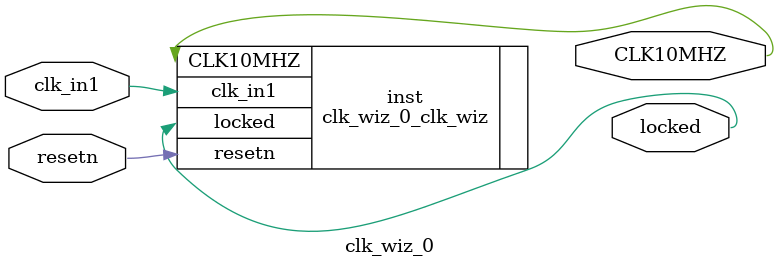
<source format=v>


`timescale 1ps/1ps

(* CORE_GENERATION_INFO = "clk_wiz_0,clk_wiz_v6_0_3_0_0,{component_name=clk_wiz_0,use_phase_alignment=true,use_min_o_jitter=false,use_max_i_jitter=false,use_dyn_phase_shift=false,use_inclk_switchover=false,use_dyn_reconfig=false,enable_axi=0,feedback_source=FDBK_AUTO,PRIMITIVE=MMCM,num_out_clk=1,clkin1_period=10.000,clkin2_period=10.000,use_power_down=false,use_reset=true,use_locked=true,use_inclk_stopped=false,feedback_type=SINGLE,CLOCK_MGR_TYPE=NA,manual_override=false}" *)

module clk_wiz_0 
 (
  // Clock out ports
  output        CLK10MHZ,
  // Status and control signals
  input         resetn,
  output        locked,
 // Clock in ports
  input         clk_in1
 );

  clk_wiz_0_clk_wiz inst
  (
  // Clock out ports  
  .CLK10MHZ(CLK10MHZ),
  // Status and control signals               
  .resetn(resetn), 
  .locked(locked),
 // Clock in ports
  .clk_in1(clk_in1)
  );

endmodule

</source>
